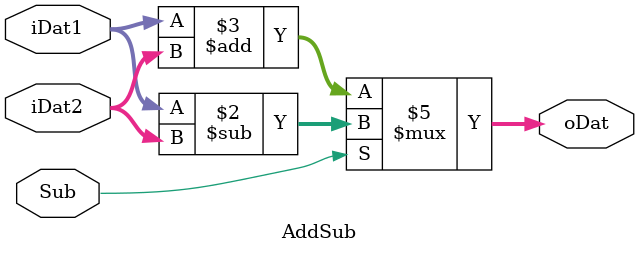
<source format=v>
module AddSub #(parameter width = 8)(
	input Sub,
	input [width-1:0]iDat1,
	input [width-1:0]iDat2,
	output reg [width-1:0]oDat
);

	always@*
	begin
		if (Sub)
			oDat = iDat1 - iDat2;
		else
			oDat = iDat1 + iDat2;
	end
	
endmodule 
</source>
